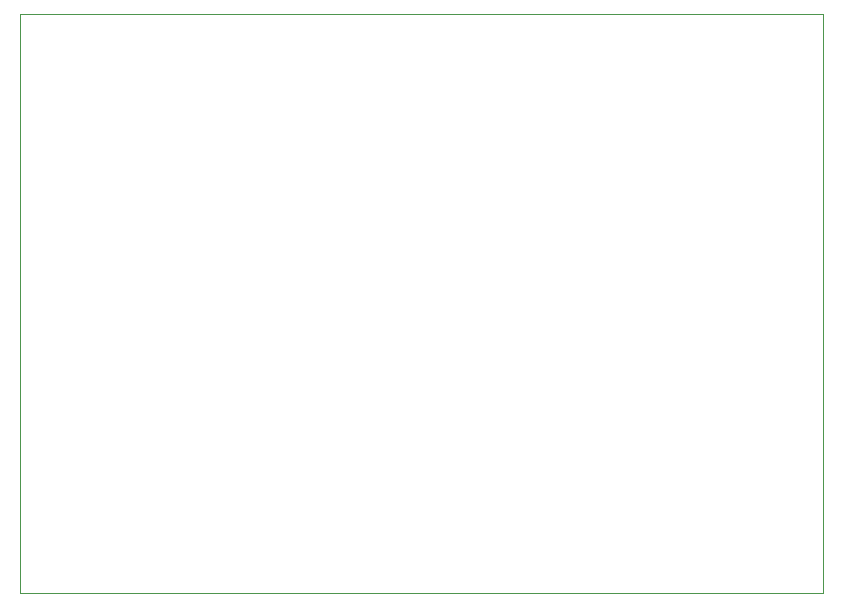
<source format=gbo>
G75*
G70*
%OFA0B0*%
%FSLAX24Y24*%
%IPPOS*%
%LPD*%
%AMOC8*
5,1,8,0,0,1.08239X$1,22.5*
%
%ADD10C,0.0000*%
D10*
X001314Y000380D02*
X001314Y019671D01*
X028086Y019671D01*
X028086Y000380D01*
X001314Y000380D01*
M02*

</source>
